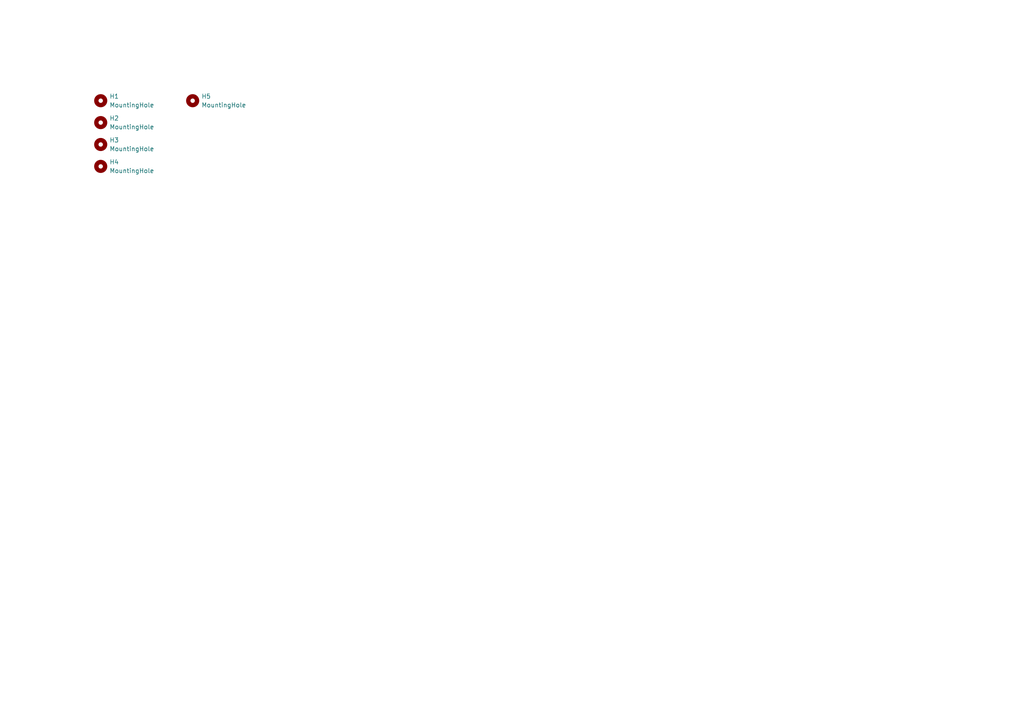
<source format=kicad_sch>
(kicad_sch (version 20231120) (generator "eeschema") (generator_version "8.0")
  (paper "A4")
  (lib_symbols
    (symbol "Mechanical:MountingHole" (pin_names (offset 1.016)) (exclude_from_sim yes) (in_bom no)
      (property "Reference" "H" (at 0 5.08 0))
      (property "Value" "MountingHole" (at 0 3.175 0))
      (symbol "MountingHole_0_1"
        (circle (center 0 0) (radius 1.27) (stroke (width 1.27)))
      )
    )
  )
  (symbol (lib_id "Mechanical:MountingHole") (at 29.21 48.26 0) (unit 1) (exclude_from_sim yes) (in_bom no)
    (property "Reference" "H4" (at 31.75 46.9899 0) (effects (justify left)))
    (property "Value" "MountingHole" (at 31.75 49.5299 0) (effects (justify left)))
    (property "Footprint" "MountingHole:MountingHole_3.2mm_M3" (effects (hide yes)))
    (property "Datasheet" "https://akizukidenshi.com/catalog/g/g101861/" (effects (hide yes)))
    (property "Description" "Mounting Hole without connection" (effects (hide yes)))
  )
  (symbol (lib_id "Mechanical:MountingHole") (at 29.21 29.21 0) (unit 1) (exclude_from_sim yes) (in_bom no)
    (property "Reference" "H1" (at 31.75 27.9399 0) (effects (justify left)))
    (property "Value" "MountingHole" (at 31.75 30.4799 0) (effects (justify left)))
    (property "Footprint" "MountingHole:MountingHole_3.2mm_M3" (effects (hide yes)))
    (property "Datasheet" "https://akizukidenshi.com/catalog/g/g118004/" (effects (hide yes)))
    (property "Description" "Mounting Hole without connection" (effects (hide yes)))
  )
  (symbol (lib_id "Mechanical:MountingHole") (at 55.88 29.21 0) (unit 1) (exclude_from_sim yes) (in_bom no)
    (property "Reference" "H5" (at 58.42 27.9399 0) (effects (justify left)))
    (property "Value" "MountingHole" (at 58.42 30.4799 0) (effects (justify left)))
    (property "Footprint" "MountingHole:MountingHole_4mm" (effects (hide yes)))
    (property "Datasheet" "https://akizukidenshi.com/catalog/g/g115212/" (effects (hide yes)))
    (property "Description" "Mounting Hole without connection" (effects (hide yes)))
  )
  (symbol (lib_id "Mechanical:MountingHole") (at 29.21 41.91 0) (unit 1) (exclude_from_sim yes) (in_bom no)
    (property "Reference" "H3" (at 31.75 40.6399 0) (effects (justify left)))
    (property "Value" "MountingHole" (at 31.75 43.1799 0) (effects (justify left)))
    (property "Footprint" "MountingHole:MountingHole_3.2mm_M3" (effects (hide yes)))
    (property "Datasheet" "https://akizukidenshi.com/catalog/g/g107568/" (effects (hide yes)))
    (property "Description" "Mounting Hole without connection" (effects (hide yes)))
  )
  (symbol (lib_id "Mechanical:MountingHole") (at 29.21 35.56 0) (unit 1) (exclude_from_sim yes) (in_bom no)
    (property "Reference" "H2" (at 31.75 34.2899 0) (effects (justify left)))
    (property "Value" "MountingHole" (at 31.75 36.8299 0) (effects (justify left)))
    (property "Footprint" "MountingHole:MountingHole_3.2mm_M3" (effects (hide yes)))
    (property "Datasheet" "https://akizukidenshi.com/catalog/g/g107558/" (effects (hide yes)))
    (property "Description" "Mounting Hole without connection" (effects (hide yes)))
  )
)
</source>
